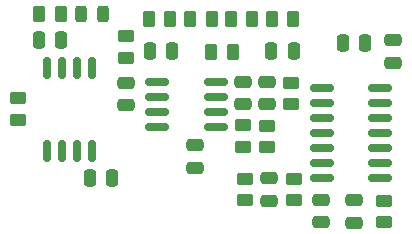
<source format=gtp>
%TF.GenerationSoftware,KiCad,Pcbnew,9.0.0*%
%TF.CreationDate,2025-04-24T14:13:05+03:00*%
%TF.ProjectId,Modular_Filter_kicad,4d6f6475-6c61-4725-9f46-696c7465725f,rev?*%
%TF.SameCoordinates,Original*%
%TF.FileFunction,Paste,Top*%
%TF.FilePolarity,Positive*%
%FSLAX46Y46*%
G04 Gerber Fmt 4.6, Leading zero omitted, Abs format (unit mm)*
G04 Created by KiCad (PCBNEW 9.0.0) date 2025-04-24 14:13:05*
%MOMM*%
%LPD*%
G01*
G04 APERTURE LIST*
G04 Aperture macros list*
%AMRoundRect*
0 Rectangle with rounded corners*
0 $1 Rounding radius*
0 $2 $3 $4 $5 $6 $7 $8 $9 X,Y pos of 4 corners*
0 Add a 4 corners polygon primitive as box body*
4,1,4,$2,$3,$4,$5,$6,$7,$8,$9,$2,$3,0*
0 Add four circle primitives for the rounded corners*
1,1,$1+$1,$2,$3*
1,1,$1+$1,$4,$5*
1,1,$1+$1,$6,$7*
1,1,$1+$1,$8,$9*
0 Add four rect primitives between the rounded corners*
20,1,$1+$1,$2,$3,$4,$5,0*
20,1,$1+$1,$4,$5,$6,$7,0*
20,1,$1+$1,$6,$7,$8,$9,0*
20,1,$1+$1,$8,$9,$2,$3,0*%
G04 Aperture macros list end*
%ADD10RoundRect,0.250000X0.262500X0.450000X-0.262500X0.450000X-0.262500X-0.450000X0.262500X-0.450000X0*%
%ADD11RoundRect,0.250000X-0.475000X0.250000X-0.475000X-0.250000X0.475000X-0.250000X0.475000X0.250000X0*%
%ADD12RoundRect,0.250000X0.475000X-0.250000X0.475000X0.250000X-0.475000X0.250000X-0.475000X-0.250000X0*%
%ADD13RoundRect,0.250000X-0.450000X0.262500X-0.450000X-0.262500X0.450000X-0.262500X0.450000X0.262500X0*%
%ADD14RoundRect,0.150000X0.150000X-0.800000X0.150000X0.800000X-0.150000X0.800000X-0.150000X-0.800000X0*%
%ADD15RoundRect,0.250000X0.450000X-0.262500X0.450000X0.262500X-0.450000X0.262500X-0.450000X-0.262500X0*%
%ADD16RoundRect,0.250000X0.250000X0.475000X-0.250000X0.475000X-0.250000X-0.475000X0.250000X-0.475000X0*%
%ADD17RoundRect,0.250000X-0.250000X-0.475000X0.250000X-0.475000X0.250000X0.475000X-0.250000X0.475000X0*%
%ADD18RoundRect,0.243750X0.243750X0.456250X-0.243750X0.456250X-0.243750X-0.456250X0.243750X-0.456250X0*%
%ADD19RoundRect,0.150000X-0.825000X-0.150000X0.825000X-0.150000X0.825000X0.150000X-0.825000X0.150000X0*%
G04 APERTURE END LIST*
D10*
%TO.C,R7*%
X104009200Y-95504000D03*
X102184200Y-95504000D03*
%TD*%
D11*
%TO.C,C9*%
X106346000Y-110790000D03*
X106346000Y-112690000D03*
%TD*%
D12*
%TO.C,C15*%
X95681800Y-108087200D03*
X95681800Y-106187200D03*
%TD*%
D13*
%TO.C,R12*%
X104089200Y-109008900D03*
X104089200Y-110833900D03*
%TD*%
%TO.C,R9*%
X103835200Y-100863400D03*
X103835200Y-102688400D03*
%TD*%
D14*
%TO.C,U6*%
X83185000Y-106624000D03*
X84455000Y-106624000D03*
X85725000Y-106624000D03*
X86995000Y-106624000D03*
X86995000Y-99624000D03*
X85725000Y-99624000D03*
X84455000Y-99624000D03*
X83185000Y-99624000D03*
%TD*%
D15*
%TO.C,R11*%
X101777800Y-106322500D03*
X101777800Y-104497500D03*
%TD*%
D13*
%TO.C,R1*%
X80721200Y-102209600D03*
X80721200Y-104034600D03*
%TD*%
D15*
%TO.C,R3*%
X89839800Y-98778700D03*
X89839800Y-96953700D03*
%TD*%
D10*
%TO.C,R5*%
X97102300Y-95504000D03*
X95277300Y-95504000D03*
%TD*%
%TO.C,R4*%
X93622500Y-95504000D03*
X91797500Y-95504000D03*
%TD*%
D12*
%TO.C,C10*%
X109140000Y-112710000D03*
X109140000Y-110810000D03*
%TD*%
D15*
%TO.C,R15*%
X111680000Y-112672500D03*
X111680000Y-110847500D03*
%TD*%
D16*
%TO.C,C12*%
X110119200Y-97536000D03*
X108219200Y-97536000D03*
%TD*%
D13*
%TO.C,R10*%
X99771200Y-104495600D03*
X99771200Y-106320600D03*
%TD*%
D11*
%TO.C,C1*%
X89839800Y-100863400D03*
X89839800Y-102763400D03*
%TD*%
D16*
%TO.C,C3*%
X93761600Y-98221800D03*
X91861600Y-98221800D03*
%TD*%
D17*
%TO.C,C13*%
X82489000Y-97231200D03*
X84389000Y-97231200D03*
%TD*%
D11*
%TO.C,C18*%
X112496600Y-97297200D03*
X112496600Y-99197200D03*
%TD*%
D12*
%TO.C,C6*%
X101828600Y-102702400D03*
X101828600Y-100802400D03*
%TD*%
D18*
%TO.C,D1*%
X87881700Y-95021400D03*
X86006700Y-95021400D03*
%TD*%
D10*
%TO.C,R18*%
X84351500Y-95021400D03*
X82526500Y-95021400D03*
%TD*%
D11*
%TO.C,C8*%
X102006400Y-108951400D03*
X102006400Y-110851400D03*
%TD*%
D17*
%TO.C,C4*%
X102174000Y-98221800D03*
X104074000Y-98221800D03*
%TD*%
D19*
%TO.C,U2*%
X92521000Y-100787200D03*
X92521000Y-102057200D03*
X92521000Y-103327200D03*
X92521000Y-104597200D03*
X97471000Y-104597200D03*
X97471000Y-103327200D03*
X97471000Y-102057200D03*
X97471000Y-100787200D03*
%TD*%
D15*
%TO.C,R13*%
X99949000Y-110833900D03*
X99949000Y-109008900D03*
%TD*%
D17*
%TO.C,C14*%
X86807000Y-108915200D03*
X88707000Y-108915200D03*
%TD*%
D10*
%TO.C,R6*%
X100551000Y-95504000D03*
X98726000Y-95504000D03*
%TD*%
%TO.C,R8*%
X98905700Y-98251800D03*
X97080700Y-98251800D03*
%TD*%
D12*
%TO.C,C7*%
X99771200Y-102712600D03*
X99771200Y-100812600D03*
%TD*%
D19*
%TO.C,U4*%
X106411000Y-101321900D03*
X106411000Y-102591900D03*
X106411000Y-103861900D03*
X106411000Y-105131900D03*
X106411000Y-106401900D03*
X106411000Y-107671900D03*
X106411000Y-108941900D03*
X111361000Y-108941900D03*
X111361000Y-107671900D03*
X111361000Y-106401900D03*
X111361000Y-105131900D03*
X111361000Y-103861900D03*
X111361000Y-102591900D03*
X111361000Y-101321900D03*
%TD*%
M02*

</source>
